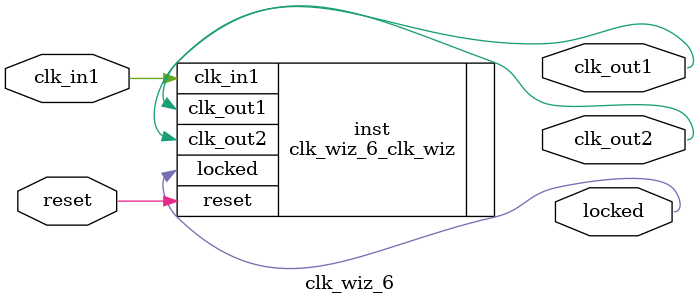
<source format=v>


`timescale 1ps/1ps

(* CORE_GENERATION_INFO = "clk_wiz_6,clk_wiz_v6_0_3_0_0,{component_name=clk_wiz_6,use_phase_alignment=true,use_min_o_jitter=false,use_max_i_jitter=false,use_dyn_phase_shift=false,use_inclk_switchover=false,use_dyn_reconfig=false,enable_axi=0,feedback_source=FDBK_AUTO,PRIMITIVE=PLL,num_out_clk=2,clkin1_period=10.000,clkin2_period=10.000,use_power_down=false,use_reset=true,use_locked=true,use_inclk_stopped=false,feedback_type=SINGLE,CLOCK_MGR_TYPE=NA,manual_override=false}" *)

module clk_wiz_6 
 (
  // Clock out ports
  output        clk_out1,
  output        clk_out2,
  // Status and control signals
  input         reset,
  output        locked,
 // Clock in ports
  input         clk_in1
 );

  clk_wiz_6_clk_wiz inst
  (
  // Clock out ports  
  .clk_out1(clk_out1),
  .clk_out2(clk_out2),
  // Status and control signals               
  .reset(reset), 
  .locked(locked),
 // Clock in ports
  .clk_in1(clk_in1)
  );

endmodule

</source>
